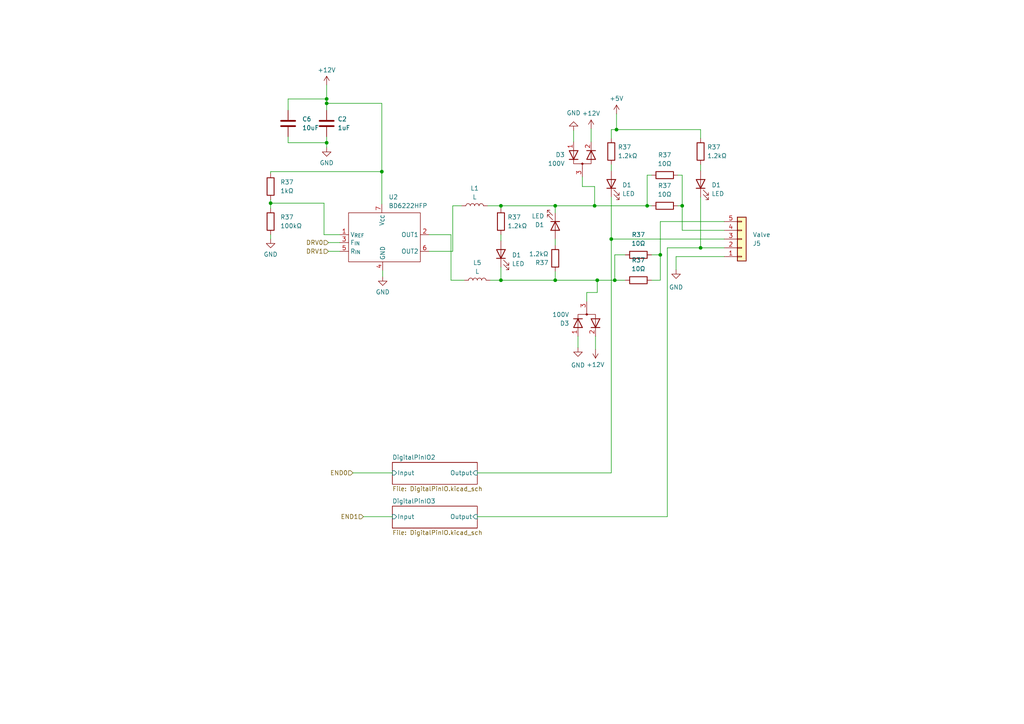
<source format=kicad_sch>
(kicad_sch (version 20230121) (generator eeschema)
  (paper "A4")
  (lib_symbols
    (symbol "Connector_Generic:Conn_01x05" (pin_names (offset 1.016) hide)
      (property "Reference" "J" (at 0 7.62 0))
      (property "Value" "Conn_01x05" (at 0 -7.62 0))
      (symbol "Conn_01x05_1_1"
        (rectangle (start -1.27 -4.953) (end 0 -5.207) (stroke (width 0.1524)))
        (rectangle (start -1.27 -2.413) (end 0 -2.667) (stroke (width 0.1524)))
        (rectangle (start -1.27 0.127) (end 0 -0.127) (stroke (width 0.1524)))
        (rectangle (start -1.27 2.667) (end 0 2.413) (stroke (width 0.1524)))
        (rectangle (start -1.27 5.207) (end 0 4.953) (stroke (width 0.1524)))
        (rectangle (start -1.27 6.35) (end 1.27 -6.35) (stroke (width 0.254)) (fill (type background)))
        (pin passive line (at -5.08 5.08 0) (length 3.81) (name "Pin_1") (number "1"))
        (pin passive line (at -5.08 2.54 0) (length 3.81) (name "Pin_2") (number "2"))
        (pin passive line (at -5.08 0 0) (length 3.81) (name "Pin_3") (number "3"))
        (pin passive line (at -5.08 -2.54 0) (length 3.81) (name "Pin_4") (number "4"))
        (pin passive line (at -5.08 -5.08 0) (length 3.81) (name "Pin_5") (number "5"))
      )
    )
    (symbol "Device:C" (pin_numbers hide) (pin_names (offset 0.254))
      (property "Reference" "C" (at 0.635 2.54 0))
      (property "Value" "C" (at 0.635 -2.54 0))
      (symbol "C_0_1"
        (polyline (pts (xy -2.032 -0.762) (xy 2.032 -0.762)) (stroke (width 0.508)))
        (polyline (pts (xy -2.032 0.762) (xy 2.032 0.762)) (stroke (width 0.508)))
      )
      (symbol "C_1_1"
        (pin passive line (at 0 3.81 270) (length 2.794) (name "~") (number "1"))
        (pin passive line (at 0 -3.81 90) (length 2.794) (name "~") (number "2"))
      )
    )
    (symbol "Device:D_Dual_Series_AKC_Parallel" (pin_names (offset 0.762) hide)
      (property "Reference" "D" (at 0 5.08 0))
      (property "Value" "D_Dual_Series_AKC_Parallel" (at 0 -5.08 0))
      (symbol "D_Dual_Series_AKC_Parallel_0_0"
        (polyline (pts (xy 0 -1.27) (xy 0 -3.81)) (stroke (width 0.254)))
        (polyline (pts (xy 2.54 3.81) (xy 2.54 1.27)) (stroke (width 0.254)))
      )
      (symbol "D_Dual_Series_AKC_Parallel_0_1"
        (circle (center -1.27 0) (radius 0.254) (fill (type outline)))
        (polyline (pts (xy -1.27 0) (xy -2.54 0)))
        (polyline (pts (xy 2.54 2.54) (xy -1.27 2.54) (xy -1.27 -2.54) (xy 2.54 -2.54)))
        (polyline (pts (xy 0 3.81) (xy 2.54 2.54) (xy 0 1.27) (xy 0 3.81) (xy 0 3.81) (xy 0 3.81)) (stroke (width 0.254)))
        (polyline (pts (xy 2.54 -1.27) (xy 0 -2.54) (xy 2.54 -3.81) (xy 2.54 -1.27) (xy 2.54 -1.27) (xy 2.54 -1.27)) (stroke (width 0.254)))
        (pin passive line (at 5.08 -2.54 180) (length 2.54) (name "K") (number "1"))
        (pin passive line (at 5.08 2.54 180) (length 2.54) (name "K") (number "2"))
        (pin passive line (at -5.08 0 0) (length 2.54) (name "A") (number "3"))
      )
    )
    (symbol "Device:L" (pin_numbers hide) (pin_names (offset 1.016) hide)
      (property "Reference" "L" (at -1.27 0 90))
      (property "Value" "L" (at 1.905 0 90))
      (symbol "L_0_1"
        (arc (start 0 -2.54) (mid 0.6323 -1.905) (end 0 -1.27))
        (arc (start 0 -1.27) (mid 0.6323 -0.635) (end 0 0))
        (arc (start 0 0) (mid 0.6323 0.635) (end 0 1.27))
        (arc (start 0 1.27) (mid 0.6323 1.905) (end 0 2.54))
      )
      (symbol "L_1_1"
        (pin passive line (at 0 3.81 270) (length 1.27) (name "1") (number "1"))
        (pin passive line (at 0 -3.81 90) (length 1.27) (name "2") (number "2"))
      )
    )
    (symbol "Device:LED" (pin_numbers hide) (pin_names (offset 1.016) hide)
      (property "Reference" "D" (at 0 2.54 0))
      (property "Value" "LED" (at 0 -2.54 0))
      (symbol "LED_0_1"
        (polyline (pts (xy -1.27 -1.27) (xy -1.27 1.27)) (stroke (width 0.254)))
        (polyline (pts (xy -1.27 0) (xy 1.27 0)))
        (polyline (pts (xy 1.27 -1.27) (xy 1.27 1.27) (xy -1.27 0) (xy 1.27 -1.27)) (stroke (width 0.254)))
        (polyline (pts (xy -3.048 -0.762) (xy -4.572 -2.286) (xy -3.81 -2.286) (xy -4.572 -2.286) (xy -4.572 -1.524)))
        (polyline (pts (xy -1.778 -0.762) (xy -3.302 -2.286) (xy -2.54 -2.286) (xy -3.302 -2.286) (xy -3.302 -1.524)))
      )
      (symbol "LED_1_1"
        (pin passive line (at -3.81 0 0) (length 2.54) (name "K") (number "1"))
        (pin passive line (at 3.81 0 180) (length 2.54) (name "A") (number "2"))
      )
    )
    (symbol "Device:R" (pin_numbers hide) (pin_names (offset 0))
      (property "Reference" "R" (at 2.032 0 90))
      (property "Value" "R" (at 0 0 90))
      (symbol "R_0_1"
        (rectangle (start -1.016 -2.54) (end 1.016 2.54) (stroke (width 0.254)))
      )
      (symbol "R_1_1"
        (pin passive line (at 0 3.81 270) (length 1.27) (name "~") (number "1"))
        (pin passive line (at 0 -3.81 90) (length 1.27) (name "~") (number "2"))
      )
    )
    (symbol "FullBridgeDriver:BD6222HFP"
      (property "Reference" "U" (at 0 0 0))
      (property "Value" "BD6222HFP" (at 0 4.064 0))
      (symbol "BD6222HFP_0_1"
        (rectangle (start -9.652 8.636) (end 11.176 -5.588))
      )
      (symbol "BD6222HFP_1_1"
        (pin input line (at -12.192 2.286 0) (length 2.54) (name "V_{REF}") (number "1"))
        (pin input line (at 13.716 2.286 180) (length 2.54) (name "OUT1") (number "2"))
        (pin input line (at -12.192 0 0) (length 2.54) (name "F_{IN}") (number "3"))
        (pin input line (at 0.254 -8.128 90) (length 2.54) (name "GND") (number "4"))
        (pin input line (at -12.192 -2.54 0) (length 2.54) (name "R_{IN}") (number "5"))
        (pin input line (at 13.716 -2.54 180) (length 2.54) (name "OUT2") (number "6"))
        (pin input line (at 0 11.176 270) (length 2.54) (name "V_{CC}") (number "7"))
      )
    )
    (symbol "power:+12V" (power) (pin_names (offset 0))
      (property "Value" "+12V" (at 0 3.556 0))
      (symbol "+12V_0_1"
        (polyline (pts (xy -0.762 1.27) (xy 0 2.54)))
        (polyline (pts (xy 0 0) (xy 0 2.54)))
        (polyline (pts (xy 0 2.54) (xy 0.762 1.27)))
      )
      (symbol "+12V_1_1"
        (pin power_in line (at 0 0 90) (length 0) hide (name "+12V") (number "1"))
      )
    )
    (symbol "power:+5V" (power) (pin_names (offset 0))
      (property "Value" "+5V" (at 0 3.556 0))
      (symbol "+5V_0_1"
        (polyline (pts (xy -0.762 1.27) (xy 0 2.54)))
        (polyline (pts (xy 0 0) (xy 0 2.54)))
        (polyline (pts (xy 0 2.54) (xy 0.762 1.27)))
      )
      (symbol "+5V_1_1"
        (pin power_in line (at 0 0 90) (length 0) hide (name "+5V") (number "1"))
      )
    )
    (symbol "power:GND" (power) (pin_names (offset 0))
      (property "Value" "GND" (at 0 -3.81 0))
      (symbol "GND_0_1"
        (polyline (pts (xy 0 0) (xy 0 -1.27) (xy 1.27 -1.27) (xy 0 -2.54) (xy -1.27 -1.27) (xy 0 -1.27)))
      )
      (symbol "GND_1_1"
        (pin power_in line (at 0 0 270) (length 0) hide (name "GND") (number "1"))
      )
    )
  )
  (junction (at 161.036 81.28))
  (junction (at 197.866 59.69))
  (junction (at 78.486 58.928))
  (junction (at 161.036 59.69))
  (junction (at 187.706 59.69))
  (junction (at 94.742 29.972))
  (junction (at 178.816 37.592))
  (junction (at 177.292 69.342))
  (junction (at 110.744 49.784))
  (junction (at 94.742 41.402))
  (junction (at 203.2 71.882))
  (junction (at 172.466 59.69))
  (junction (at 173.228 81.28))
  (junction (at 94.742 28.702))
  (junction (at 191.516 73.914))
  (junction (at 145.288 81.28))
  (junction (at 145.288 59.69))
  (junction (at 178.308 81.28))
  (wire (pts (xy 141.478 59.69) (xy 145.288 59.69)))
  (wire (pts (xy 170.18 87.376) (xy 170.18 84.836)))
  (wire (pts (xy 196.596 50.8) (xy 197.866 50.8)))
  (wire (pts (xy 110.744 49.784) (xy 110.744 29.972)))
  (wire (pts (xy 188.976 81.28) (xy 191.516 81.28)))
  (wire (pts (xy 83.566 28.702) (xy 94.742 28.702)))
  (wire (pts (xy 196.088 78.232) (xy 196.088 74.422)))
  (wire (pts (xy 93.98 58.928) (xy 93.98 68.072)))
  (wire (pts (xy 203.2 57.15) (xy 203.2 71.882)))
  (wire (pts (xy 94.742 29.972) (xy 94.742 32.004)))
  (wire (pts (xy 187.706 59.69) (xy 187.706 50.8)))
  (wire (pts (xy 177.292 47.752) (xy 177.292 49.53)))
  (wire (pts (xy 191.516 64.262) (xy 191.516 73.914)))
  (wire (pts (xy 110.998 78.486) (xy 110.998 80.264)))
  (wire (pts (xy 168.91 51.308) (xy 168.91 54.102)))
  (wire (pts (xy 170.18 84.836) (xy 173.228 84.836)))
  (wire (pts (xy 196.088 74.422) (xy 210.058 74.422)))
  (wire (pts (xy 130.81 68.072) (xy 124.46 68.072)))
  (wire (pts (xy 83.566 39.624) (xy 83.566 41.402)))
  (wire (pts (xy 168.91 54.102) (xy 172.466 54.102)))
  (wire (pts (xy 145.288 59.69) (xy 145.288 60.452)))
  (wire (pts (xy 95.25 72.898) (xy 98.552 72.898)))
  (wire (pts (xy 178.308 73.914) (xy 181.356 73.914)))
  (wire (pts (xy 191.516 64.262) (xy 210.058 64.262)))
  (wire (pts (xy 145.288 77.47) (xy 145.288 81.28)))
  (wire (pts (xy 110.744 29.972) (xy 94.742 29.972)))
  (wire (pts (xy 145.288 68.072) (xy 145.288 69.85)))
  (wire (pts (xy 177.292 37.592) (xy 178.816 37.592)))
  (wire (pts (xy 145.288 81.28) (xy 161.036 81.28)))
  (wire (pts (xy 191.516 81.28) (xy 191.516 73.914)))
  (wire (pts (xy 193.548 149.86) (xy 193.548 71.882)))
  (wire (pts (xy 95.25 70.358) (xy 98.552 70.358)))
  (wire (pts (xy 138.43 137.16) (xy 177.292 137.16)))
  (wire (pts (xy 177.292 69.342) (xy 210.058 69.342)))
  (wire (pts (xy 131.318 72.898) (xy 124.46 72.898)))
  (wire (pts (xy 105.41 149.86) (xy 113.792 149.86)))
  (wire (pts (xy 131.318 59.69) (xy 131.318 72.898)))
  (wire (pts (xy 142.24 81.28) (xy 145.288 81.28)))
  (wire (pts (xy 203.2 37.592) (xy 203.2 40.132)))
  (wire (pts (xy 78.486 49.784) (xy 110.744 49.784)))
  (wire (pts (xy 196.596 59.69) (xy 197.866 59.69)))
  (wire (pts (xy 173.228 84.836) (xy 173.228 81.28)))
  (wire (pts (xy 193.548 71.882) (xy 203.2 71.882)))
  (wire (pts (xy 177.292 37.592) (xy 177.292 40.132)))
  (wire (pts (xy 102.362 137.16) (xy 113.792 137.16)))
  (wire (pts (xy 203.2 47.752) (xy 203.2 49.53)))
  (wire (pts (xy 130.81 81.28) (xy 134.62 81.28)))
  (wire (pts (xy 161.036 81.28) (xy 173.228 81.28)))
  (wire (pts (xy 173.228 81.28) (xy 178.308 81.28)))
  (wire (pts (xy 78.486 68.072) (xy 78.486 69.342)))
  (wire (pts (xy 187.706 50.8) (xy 188.976 50.8)))
  (wire (pts (xy 161.036 78.74) (xy 161.036 81.28)))
  (wire (pts (xy 177.292 69.342) (xy 177.292 137.16)))
  (wire (pts (xy 78.486 57.912) (xy 78.486 58.928)))
  (wire (pts (xy 172.466 54.102) (xy 172.466 59.69)))
  (wire (pts (xy 78.486 58.928) (xy 93.98 58.928)))
  (wire (pts (xy 161.036 59.69) (xy 161.036 61.722)))
  (wire (pts (xy 94.742 39.624) (xy 94.742 41.402)))
  (wire (pts (xy 94.742 24.638) (xy 94.742 28.702)))
  (wire (pts (xy 93.98 68.072) (xy 98.552 68.072)))
  (wire (pts (xy 171.45 37.338) (xy 171.45 41.148)))
  (wire (pts (xy 167.64 100.838) (xy 167.64 97.536)))
  (wire (pts (xy 78.486 58.928) (xy 78.486 60.452)))
  (wire (pts (xy 145.288 59.69) (xy 161.036 59.69)))
  (wire (pts (xy 161.036 71.12) (xy 161.036 69.342)))
  (wire (pts (xy 166.37 37.846) (xy 166.37 41.148)))
  (wire (pts (xy 94.742 41.402) (xy 94.742 42.799)))
  (wire (pts (xy 203.2 71.882) (xy 210.058 71.882)))
  (wire (pts (xy 197.866 50.8) (xy 197.866 59.69)))
  (wire (pts (xy 83.566 41.402) (xy 94.742 41.402)))
  (wire (pts (xy 187.706 59.69) (xy 188.976 59.69)))
  (wire (pts (xy 210.058 66.802) (xy 197.866 66.802)))
  (wire (pts (xy 172.466 59.69) (xy 187.706 59.69)))
  (wire (pts (xy 178.816 33.02) (xy 178.816 37.592)))
  (wire (pts (xy 178.308 81.28) (xy 181.356 81.28)))
  (wire (pts (xy 83.566 32.004) (xy 83.566 28.702)))
  (wire (pts (xy 188.976 73.914) (xy 191.516 73.914)))
  (wire (pts (xy 130.81 68.072) (xy 130.81 81.28)))
  (wire (pts (xy 131.318 59.69) (xy 133.858 59.69)))
  (wire (pts (xy 197.866 66.802) (xy 197.866 59.69)))
  (wire (pts (xy 178.308 73.914) (xy 178.308 81.28)))
  (wire (pts (xy 138.43 149.86) (xy 193.548 149.86)))
  (wire (pts (xy 177.292 57.15) (xy 177.292 69.342)))
  (wire (pts (xy 94.742 28.702) (xy 94.742 29.972)))
  (wire (pts (xy 78.486 50.292) (xy 78.486 49.784)))
  (wire (pts (xy 172.72 101.346) (xy 172.72 97.536)))
  (wire (pts (xy 161.036 59.69) (xy 172.466 59.69)))
  (wire (pts (xy 178.816 37.592) (xy 203.2 37.592)))
  (wire (pts (xy 110.744 59.182) (xy 110.744 49.784)))
  (hierarchical_label "END0" (shape input) (at 102.362 137.16 180))
  (hierarchical_label "DRV1" (shape input) (at 95.25 72.898 180))
  (hierarchical_label "DRV0" (shape input) (at 95.25 70.358 180))
  (hierarchical_label "END1" (shape input) (at 105.41 149.86 180))
  (symbol (lib_id "Device:C") (at 94.742 35.814 0) (unit 1)
    (property "Reference" "C2" (at 97.917 34.544 0) (effects (justify left)))
    (property "Value" "1uF" (at 97.917 37.084 0) (effects (justify left)))
    (property "Footprint" "Capacitor_SMD:C_0805_2012Metric" (effects hide))
    (instances (project "ValveServoI2C" (path "" (reference "C2") (unit 1)) (path "" (reference "C3") (unit 1)) (path "" (reference "C4") (unit 1)) (path "" (reference "C5") (unit 1)) (path "" (reference "C1") (unit 1))))
  )
  (symbol (lib_id "Device:LED") (at 203.2 53.34 90) (unit 1)
    (property "Reference" "D1" (at 206.375 53.6575 90) (effects (justify right)))
    (property "Value" "LED" (at 206.375 56.1975 90) (effects (justify right)))
    (property "Footprint" "LED_SMD:LED_0805_2012Metric" (effects hide))
    (instances (project "ValveServoI2C" (path "" (reference "D1") (unit 1)) (path "" (reference "D1") (unit 1)) (path "" (reference "D2") (unit 1)) (path "" (reference "D6") (unit 1)) (path "" (reference "D10") (unit 1)) (path "" (reference "D14") (unit 1))))
  )
  (symbol (lib_id "power:+12V") (at 94.742 24.638 0) (unit 1)
    (property "Reference" "#PWR07" (effects hide))
    (property "Value" "+12V" (at 94.742 20.32 0))
    (instances (project "ValveServoI2C" (path "" (reference "#PWR07") (unit 1)) (path "" (reference "#PWR09") (unit 1)) (path "" (reference "#PWR011") (unit 1)) (path "" (reference "#PWR019") (unit 1))))
  )
  (symbol (lib_id "Device:R") (at 185.166 73.914 90) (unit 1)
    (property "Reference" "R37" (at 185.166 68.072 90))
    (property "Value" "10Ω" (at 185.166 70.612 90))
    (property "Footprint" "Resistor_SMD:R_0805_2012Metric" (effects hide))
    (instances (project "ValveServoI2C" (path "" (reference "R37") (unit 1)) (path "" (reference "R37") (unit 1)) (path "" (reference "R59") (unit 1)) (path "" (reference "R60") (unit 1)) (path "" (reference "R61") (unit 1)) (path "" (reference "R62") (unit 1))))
  )
  (symbol (lib_id "Device:R") (at 161.036 74.93 0) (unit 1)
    (property "Reference" "R37" (at 159.131 76.2 0) (effects (justify right)))
    (property "Value" "1.2kΩ" (at 159.131 73.66 0) (effects (justify right)))
    (property "Footprint" "Resistor_SMD:R_0805_2012Metric" (effects hide))
    (instances (project "ValveServoI2C" (path "" (reference "R37") (unit 1)) (path "" (reference "R37") (unit 1)) (path "" (reference "R53") (unit 1)) (path "" (reference "R54") (unit 1)) (path "" (reference "R55") (unit 1)) (path "" (reference "R56") (unit 1))))
  )
  (symbol (lib_id "Device:D_Dual_Series_AKC_Parallel") (at 170.18 92.456 270) (unit 1)
    (property "Reference" "D3" (at 165.1 93.7895 90) (effects (justify right)))
    (property "Value" "100V" (at 165.1 91.2495 90) (effects (justify right)))
    (property "Footprint" "Package_TO_SOT_SMD:SOT-23-3" (effects hide))
    (instances (project "ValveServoI2C" (path "" (reference "D3") (unit 1)) (path "" (reference "D4") (unit 1)) (path "" (reference "D7") (unit 1)) (path "" (reference "D8") (unit 1)) (path "" (reference "D11") (unit 1)) (path "" (reference "D12") (unit 1)) (path "" (reference "D15") (unit 1)) (path "" (reference "D16") (unit 1)) (path "" (reference "D31") (unit 1)) (path "" (reference "D32") (unit 1)) (path "" (reference "D33") (unit 1)) (path "" (reference "D34") (unit 1))))
  )
  (symbol (lib_id "power:GND") (at 166.37 37.846 0) (mirror x) (unit 1)
    (property "Reference" "#PWR074" (effects hide))
    (property "Value" "GND" (at 166.37 32.766 0))
    (instances (project "ValveServoI2C" (path "" (reference "#PWR074") (unit 1)) (path "" (reference "#PWR014") (unit 1)) (path "" (reference "#PWR016") (unit 1)) (path "" (reference "#PWR027") (unit 1)) (path "" (reference "#PWR025") (unit 1)) (path "" (reference "#PWR036") (unit 1)) (path "" (reference "#PWR038") (unit 1)) (path "" (reference "#PWR047") (unit 1)) (path "" (reference "#PWR049") (unit 1)) (path "" (reference "#PWR076") (unit 1)) (path "" (reference "#PWR078") (unit 1)) (path "" (reference "#PWR080") (unit 1))))
  )
  (symbol (lib_id "Device:LED") (at 161.036 65.532 270) (unit 1)
    (property "Reference" "D1" (at 157.861 65.2145 90) (effects (justify right)))
    (property "Value" "LED" (at 157.861 62.6745 90) (effects (justify right)))
    (property "Footprint" "LED_SMD:LED_0805_2012Metric" (effects hide))
    (instances (project "ValveServoI2C" (path "" (reference "D1") (unit 1)) (path "" (reference "D1") (unit 1)) (path "" (reference "D27") (unit 1)) (path "" (reference "D28") (unit 1)) (path "" (reference "D29") (unit 1)) (path "" (reference "D30") (unit 1))))
  )
  (symbol (lib_id "Device:L") (at 138.43 81.28 90) (unit 1)
    (property "Reference" "L5" (at 138.43 76.2 90))
    (property "Value" "L" (at 138.43 78.74 90))
    (property "Footprint" "Inductor_SMD:L_Bourns-SRN4018" (effects hide))
    (instances (project "ValveServoI2C" (path "" (reference "L5") (unit 1)) (path "" (reference "L6") (unit 1)) (path "" (reference "L7") (unit 1)) (path "" (reference "L8") (unit 1))))
  )
  (symbol (lib_id "Device:R") (at 177.292 43.942 180) (unit 1)
    (property "Reference" "R37" (at 179.197 42.672 0) (effects (justify right)))
    (property "Value" "1.2kΩ" (at 179.197 45.212 0) (effects (justify right)))
    (property "Footprint" "Resistor_SMD:R_0805_2012Metric" (effects hide))
    (instances (project "ValveServoI2C" (path "" (reference "R37") (unit 1)) (path "" (reference "R37") (unit 1)) (path "" (reference "R9") (unit 1)) (path "" (reference "R17") (unit 1)) (path "" (reference "R25") (unit 1)) (path "" (reference "R33") (unit 1))))
  )
  (symbol (lib_id "power:GND") (at 110.998 80.264 0) (unit 1)
    (property "Reference" "#PWR05" (effects hide))
    (property "Value" "GND" (at 110.998 84.709 0))
    (instances (project "ValveServoI2C" (path "" (reference "#PWR05") (unit 1)) (path "" (reference "#PWR021") (unit 1)) (path "" (reference "#PWR022") (unit 1)) (path "" (reference "#PWR029") (unit 1)) (path "" (reference "#PWR030") (unit 1))))
  )
  (symbol (lib_id "Device:D_Dual_Series_AKC_Parallel") (at 168.91 46.228 270) (mirror x) (unit 1)
    (property "Reference" "D3" (at 163.83 44.8945 90) (effects (justify right)))
    (property "Value" "100V" (at 163.83 47.4345 90) (effects (justify right)))
    (property "Footprint" "Package_TO_SOT_SMD:SOT-23-3" (effects hide))
    (instances (project "ValveServoI2C" (path "" (reference "D3") (unit 1)) (path "" (reference "D4") (unit 1)) (path "" (reference "D7") (unit 1)) (path "" (reference "D8") (unit 1)) (path "" (reference "D11") (unit 1)) (path "" (reference "D12") (unit 1)) (path "" (reference "D15") (unit 1)) (path "" (reference "D16") (unit 1)) (path "" (reference "D35") (unit 1)) (path "" (reference "D36") (unit 1)) (path "" (reference "D37") (unit 1)) (path "" (reference "D38") (unit 1))))
  )
  (symbol (lib_id "power:GND") (at 196.088 78.232 0) (unit 1)
    (property "Reference" "#PWR013" (effects hide))
    (property "Value" "GND" (at 196.088 83.312 0))
    (instances (project "ValveServoI2C" (path "" (reference "#PWR013") (unit 1)) (path "" (reference "#PWR024") (unit 1)) (path "" (reference "#PWR035") (unit 1)) (path "" (reference "#PWR046") (unit 1))))
  )
  (symbol (lib_id "Device:R") (at 78.486 54.102 180) (unit 1)
    (property "Reference" "R37" (at 81.28 52.832 0) (effects (justify right)))
    (property "Value" "1kΩ" (at 81.28 55.372 0) (effects (justify right)))
    (property "Footprint" "Resistor_SMD:R_0805_2012Metric" (effects hide))
    (instances (project "ValveServoI2C" (path "" (reference "R37") (unit 1)) (path "" (reference "R37") (unit 1)) (path "" (reference "R7") (unit 1)) (path "" (reference "R8") (unit 1)) (path "" (reference "R15") (unit 1)) (path "" (reference "R16") (unit 1))))
  )
  (symbol (lib_id "Connector_Generic:Conn_01x05") (at 215.138 69.342 0) (mirror x) (unit 1)
    (property "Reference" "J5" (at 218.313 70.612 0) (effects (justify left)))
    (property "Value" "Valve" (at 218.313 68.072 0) (effects (justify left)))
    (property "Footprint" "TerminalBlock:TerminalBlock_bornier-5_P5.08mm" (effects hide))
    (instances (project "ValveServoI2C" (path "" (reference "J5") (unit 1)) (path "" (reference "J6") (unit 1)) (path "" (reference "J7") (unit 1)) (path "" (reference "J8") (unit 1))))
  )
  (symbol (lib_id "power:GND") (at 94.742 42.799 0) (unit 1)
    (property "Reference" "#PWR05" (effects hide))
    (property "Value" "GND" (at 94.742 47.244 0))
    (instances (project "ValveServoI2C" (path "" (reference "#PWR05") (unit 1)) (path "" (reference "#PWR08") (unit 1)) (path "" (reference "#PWR010") (unit 1)) (path "" (reference "#PWR018") (unit 1)) (path "" (reference "#PWR020") (unit 1))))
  )
  (symbol (lib_id "Device:R") (at 185.166 81.28 90) (unit 1)
    (property "Reference" "R37" (at 185.166 75.438 90))
    (property "Value" "10Ω" (at 185.166 77.978 90))
    (property "Footprint" "Resistor_SMD:R_0805_2012Metric" (effects hide))
    (instances (project "ValveServoI2C" (path "" (reference "R37") (unit 1)) (path "" (reference "R37") (unit 1)) (path "" (reference "R71") (unit 1)) (path "" (reference "R72") (unit 1)) (path "" (reference "R73") (unit 1)) (path "" (reference "R74") (unit 1))))
  )
  (symbol (lib_id "Device:C") (at 83.566 35.814 0) (unit 1)
    (property "Reference" "C6" (at 87.63 34.544 0) (effects (justify left)))
    (property "Value" "10uF" (at 87.63 37.084 0) (effects (justify left)))
    (property "Footprint" "Capacitor_SMD:C_0805_2012Metric" (effects hide))
    (instances (project "ValveServoI2C" (path "" (reference "C6") (unit 1)) (path "" (reference "C7") (unit 1)) (path "" (reference "C8") (unit 1)) (path "" (reference "C9") (unit 1)) (path "" (reference "C1") (unit 1))))
  )
  (symbol (lib_id "Device:R") (at 192.786 50.8 90) (unit 1)
    (property "Reference" "R37" (at 192.786 44.958 90))
    (property "Value" "10Ω" (at 192.786 47.498 90))
    (property "Footprint" "Resistor_SMD:R_0805_2012Metric" (effects hide))
    (instances (project "ValveServoI2C" (path "" (reference "R37") (unit 1)) (path "" (reference "R37") (unit 1)) (path "" (reference "R67") (unit 1)) (path "" (reference "R68") (unit 1)) (path "" (reference "R69") (unit 1)) (path "" (reference "R70") (unit 1))))
  )
  (symbol (lib_id "Device:L") (at 137.668 59.69 90) (unit 1)
    (property "Reference" "L1" (at 137.668 54.61 90))
    (property "Value" "L" (at 137.668 57.15 90))
    (property "Footprint" "Inductor_SMD:L_Bourns-SRN4018" (effects hide))
    (instances (project "ValveServoI2C" (path "" (reference "L1") (unit 1)) (path "" (reference "L2") (unit 1)) (path "" (reference "L3") (unit 1)) (path "" (reference "L4") (unit 1))))
  )
  (symbol (lib_id "power:+5V") (at 178.816 33.02 0) (mirror y) (unit 1)
    (property "Reference" "#PWR012" (effects hide))
    (property "Value" "+5V" (at 178.816 28.575 0))
    (instances (project "ValveServoI2C" (path "" (reference "#PWR012") (unit 1)) (path "" (reference "#PWR015") (unit 1)) (path "" (reference "#PWR017") (unit 1)) (path "" (reference "#PWR028") (unit 1)) (path "" (reference "#PWR026") (unit 1)) (path "" (reference "#PWR037") (unit 1)) (path "" (reference "#PWR039") (unit 1)) (path "" (reference "#PWR048") (unit 1)) (path "" (reference "#PWR050") (unit 1)) (path "" (reference "#PWR023") (unit 1)) (path "" (reference "#PWR034") (unit 1)) (path "" (reference "#PWR045") (unit 1))))
  )
  (symbol (lib_id "Device:LED") (at 145.288 73.66 90) (unit 1)
    (property "Reference" "D1" (at 148.463 73.9775 90) (effects (justify right)))
    (property "Value" "LED" (at 148.463 76.5175 90) (effects (justify right)))
    (property "Footprint" "LED_SMD:LED_0805_2012Metric" (effects hide))
    (instances (project "ValveServoI2C" (path "" (reference "D1") (unit 1)) (path "" (reference "D1") (unit 1)) (path "" (reference "D23") (unit 1)) (path "" (reference "D24") (unit 1)) (path "" (reference "D25") (unit 1)) (path "" (reference "D26") (unit 1))))
  )
  (symbol (lib_id "power:GND") (at 78.486 69.342 0) (unit 1)
    (property "Reference" "#PWR05" (effects hide))
    (property "Value" "GND" (at 78.486 73.787 0))
    (instances (project "ValveServoI2C" (path "" (reference "#PWR05") (unit 1)) (path "" (reference "#PWR031") (unit 1)) (path "" (reference "#PWR032") (unit 1)) (path "" (reference "#PWR033") (unit 1)) (path "" (reference "#PWR040") (unit 1))))
  )
  (symbol (lib_id "Device:R") (at 192.786 59.69 90) (unit 1)
    (property "Reference" "R37" (at 192.786 53.848 90))
    (property "Value" "10Ω" (at 192.786 56.388 90))
    (property "Footprint" "Resistor_SMD:R_0805_2012Metric" (effects hide))
    (instances (project "ValveServoI2C" (path "" (reference "R37") (unit 1)) (path "" (reference "R37") (unit 1)) (path "" (reference "R63") (unit 1)) (path "" (reference "R64") (unit 1)) (path "" (reference "R65") (unit 1)) (path "" (reference "R66") (unit 1))))
  )
  (symbol (lib_id "FullBridgeDriver:BD6222HFP") (at 110.744 70.358 0) (unit 1)
    (property "Reference" "U2" (at 112.6999 57.15 0) (effects (justify left)))
    (property "Value" "BD6222HFP" (at 112.6999 59.69 0) (effects (justify left)))
    (property "Footprint" "Package_TO_SOT_SMD:Rohm_HRP7" (effects hide))
    (property "Datasheet" "https://fscdn.rohm.com/en/products/databook/datasheet/ic/motor/dc/bd622x-e.pdf" (effects hide))
    (instances (project "ValveServoI2C" (path "" (reference "U2") (unit 1)) (path "" (reference "U3") (unit 1)) (path "" (reference "U4") (unit 1)) (path "" (reference "U5") (unit 1))))
  )
  (symbol (lib_id "Device:R") (at 78.486 64.262 180) (unit 1)
    (property "Reference" "R37" (at 81.28 62.992 0) (effects (justify right)))
    (property "Value" "100kΩ" (at 81.28 65.532 0) (effects (justify right)))
    (property "Footprint" "Resistor_SMD:R_0805_2012Metric" (effects hide))
    (instances (project "ValveServoI2C" (path "" (reference "R37") (unit 1)) (path "" (reference "R37") (unit 1)) (path "" (reference "R23") (unit 1)) (path "" (reference "R24") (unit 1)) (path "" (reference "R31") (unit 1)) (path "" (reference "R32") (unit 1))))
  )
  (symbol (lib_id "power:+12V") (at 172.72 101.346 0) (mirror x) (unit 1)
    (property "Reference" "#PWR067" (effects hide))
    (property "Value" "+12V" (at 172.72 105.791 0))
    (instances (project "ValveServoI2C" (path "" (reference "#PWR067") (unit 1)) (path "" (reference "#PWR069") (unit 1)) (path "" (reference "#PWR071") (unit 1)) (path "" (reference "#PWR073") (unit 1))))
  )
  (symbol (lib_id "Device:R") (at 203.2 43.942 180) (unit 1)
    (property "Reference" "R37" (at 205.105 42.672 0) (effects (justify right)))
    (property "Value" "1.2kΩ" (at 205.105 45.212 0) (effects (justify right)))
    (property "Footprint" "Resistor_SMD:R_0805_2012Metric" (effects hide))
    (instances (project "ValveServoI2C" (path "" (reference "R37") (unit 1)) (path "" (reference "R37") (unit 1)) (path "" (reference "R10") (unit 1)) (path "" (reference "R18") (unit 1)) (path "" (reference "R26") (unit 1)) (path "" (reference "R34") (unit 1))))
  )
  (symbol (lib_id "Device:R") (at 145.288 64.262 180) (unit 1)
    (property "Reference" "R37" (at 147.193 62.992 0) (effects (justify right)))
    (property "Value" "1.2kΩ" (at 147.193 65.532 0) (effects (justify right)))
    (property "Footprint" "Resistor_SMD:R_0805_2012Metric" (effects hide))
    (instances (project "ValveServoI2C" (path "" (reference "R37") (unit 1)) (path "" (reference "R37") (unit 1)) (path "" (reference "R49") (unit 1)) (path "" (reference "R50") (unit 1)) (path "" (reference "R51") (unit 1)) (path "" (reference "R52") (unit 1))))
  )
  (symbol (lib_id "power:GND") (at 167.64 100.838 0) (unit 1)
    (property "Reference" "#PWR066" (effects hide))
    (property "Value" "GND" (at 167.64 105.918 0))
    (instances (project "ValveServoI2C" (path "" (reference "#PWR066") (unit 1)) (path "" (reference "#PWR014") (unit 1)) (path "" (reference "#PWR016") (unit 1)) (path "" (reference "#PWR027") (unit 1)) (path "" (reference "#PWR025") (unit 1)) (path "" (reference "#PWR036") (unit 1)) (path "" (reference "#PWR038") (unit 1)) (path "" (reference "#PWR047") (unit 1)) (path "" (reference "#PWR049") (unit 1)) (path "" (reference "#PWR068") (unit 1)) (path "" (reference "#PWR070") (unit 1)) (path "" (reference "#PWR072") (unit 1))))
  )
  (symbol (lib_id "power:+12V") (at 171.45 37.338 0) (unit 1)
    (property "Reference" "#PWR075" (effects hide))
    (property "Value" "+12V" (at 171.45 32.893 0))
    (instances (project "ValveServoI2C" (path "" (reference "#PWR075") (unit 1)) (path "" (reference "#PWR077") (unit 1)) (path "" (reference "#PWR079") (unit 1)) (path "" (reference "#PWR081") (unit 1))))
  )
  (symbol (lib_id "Device:LED") (at 177.292 53.34 90) (unit 1)
    (property "Reference" "D1" (at 180.467 53.6575 90) (effects (justify right)))
    (property "Value" "LED" (at 180.467 56.1975 90) (effects (justify right)))
    (property "Footprint" "LED_SMD:LED_0805_2012Metric" (effects hide))
    (instances (project "ValveServoI2C" (path "" (reference "D1") (unit 1)) (path "" (reference "D1") (unit 1)) (path "" (reference "D1") (unit 1)) (path "" (reference "D5") (unit 1)) (path "" (reference "D9") (unit 1)) (path "" (reference "D13") (unit 1))))
  )
  (sheet (at 113.792 146.812) (size 24.638 6.35) (stroke (width 0.1524))
    (property "Sheetname" "DigitalPinIO3" (at 113.792 146.1004 0) (effects (justify left bottom)))
    (property "Sheetfile" "DigitalPinIO.kicad_sch" (at 113.792 153.7466 0) (effects (justify left top)))
    (pin "Input" input (at 113.792 149.86 180))
    (pin "Output" input (at 138.43 149.86 0))
  )
  (sheet (at 113.792 134.112) (size 24.638 6.35) (stroke (width 0.1524))
    (property "Sheetname" "DigitalPinIO2" (at 113.792 133.4004 0) (effects (justify left bottom)))
    (property "Sheetfile" "DigitalPinIO.kicad_sch" (at 113.792 141.0466 0) (effects (justify left top)))
    (pin "Input" input (at 113.792 137.16 180))
    (pin "Output" input (at 138.43 137.16 0))
  )
)
</source>
